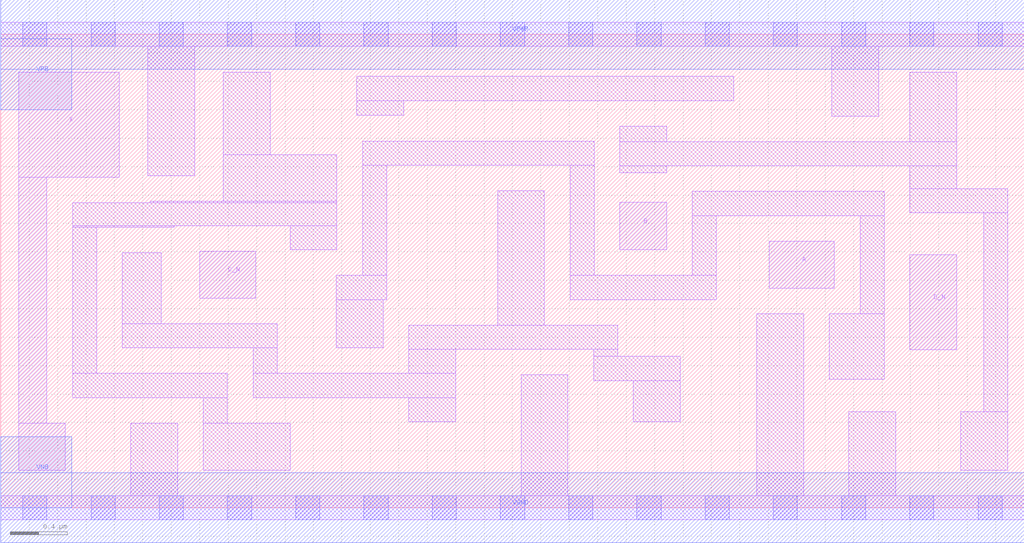
<source format=lef>
# Copyright 2020 The SkyWater PDK Authors
#
# Licensed under the Apache License, Version 2.0 (the "License");
# you may not use this file except in compliance with the License.
# You may obtain a copy of the License at
#
#     https://www.apache.org/licenses/LICENSE-2.0
#
# Unless required by applicable law or agreed to in writing, software
# distributed under the License is distributed on an "AS IS" BASIS,
# WITHOUT WARRANTIES OR CONDITIONS OF ANY KIND, either express or implied.
# See the License for the specific language governing permissions and
# limitations under the License.
#
# SPDX-License-Identifier: Apache-2.0

VERSION 5.5 ;
NAMESCASESENSITIVE ON ;
BUSBITCHARS "[]" ;
DIVIDERCHAR "/" ;
MACRO sky130_fd_sc_lp__or4bb_lp
  CLASS CORE ;
  SOURCE USER ;
  ORIGIN  0.000000  0.000000 ;
  SIZE  7.200000 BY  3.330000 ;
  SYMMETRY X Y R90 ;
  SITE unit ;
  PIN A
    ANTENNAGATEAREA  0.376000 ;
    DIRECTION INPUT ;
    USE SIGNAL ;
    PORT
      LAYER li1 ;
        RECT 5.405000 1.545000 5.865000 1.875000 ;
    END
  END A
  PIN B
    ANTENNAGATEAREA  0.376000 ;
    DIRECTION INPUT ;
    USE SIGNAL ;
    PORT
      LAYER li1 ;
        RECT 4.355000 1.815000 4.685000 2.150000 ;
    END
  END B
  PIN C_N
    ANTENNAGATEAREA  0.376000 ;
    DIRECTION INPUT ;
    USE SIGNAL ;
    PORT
      LAYER li1 ;
        RECT 1.400000 1.475000 1.795000 1.805000 ;
    END
  END C_N
  PIN D_N
    ANTENNAGATEAREA  0.376000 ;
    DIRECTION INPUT ;
    USE SIGNAL ;
    PORT
      LAYER li1 ;
        RECT 6.395000 1.110000 6.725000 1.780000 ;
    END
  END D_N
  PIN X
    ANTENNADIFFAREA  0.404700 ;
    DIRECTION OUTPUT ;
    USE SIGNAL ;
    PORT
      LAYER li1 ;
        RECT 0.125000 0.265000 0.455000 0.595000 ;
        RECT 0.125000 0.595000 0.325000 2.325000 ;
        RECT 0.125000 2.325000 0.835000 3.065000 ;
    END
  END X
  PIN VGND
    DIRECTION INOUT ;
    USE GROUND ;
    PORT
      LAYER met1 ;
        RECT 0.000000 -0.245000 7.200000 0.245000 ;
    END
  END VGND
  PIN VNB
    DIRECTION INOUT ;
    USE GROUND ;
    PORT
      LAYER met1 ;
        RECT 0.000000 0.000000 0.500000 0.500000 ;
    END
  END VNB
  PIN VPB
    DIRECTION INOUT ;
    USE POWER ;
    PORT
      LAYER met1 ;
        RECT 0.000000 2.800000 0.500000 3.300000 ;
    END
  END VPB
  PIN VPWR
    DIRECTION INOUT ;
    USE POWER ;
    PORT
      LAYER met1 ;
        RECT 0.000000 3.085000 7.200000 3.575000 ;
    END
  END VPWR
  OBS
    LAYER li1 ;
      RECT 0.000000 -0.085000 7.200000 0.085000 ;
      RECT 0.000000  3.245000 7.200000 3.415000 ;
      RECT 0.505000  0.775000 1.595000 0.945000 ;
      RECT 0.505000  0.945000 0.675000 1.975000 ;
      RECT 0.505000  1.975000 1.220000 1.985000 ;
      RECT 0.505000  1.985000 2.365000 2.145000 ;
      RECT 0.855000  1.125000 1.945000 1.295000 ;
      RECT 0.855000  1.295000 1.130000 1.795000 ;
      RECT 0.915000  0.085000 1.245000 0.595000 ;
      RECT 1.035000  2.335000 1.365000 3.245000 ;
      RECT 1.050000  2.145000 2.365000 2.155000 ;
      RECT 1.425000  0.265000 2.035000 0.595000 ;
      RECT 1.425000  0.595000 1.595000 0.775000 ;
      RECT 1.565000  2.155000 2.365000 2.485000 ;
      RECT 1.565000  2.485000 1.895000 3.065000 ;
      RECT 1.775000  0.775000 3.200000 0.945000 ;
      RECT 1.775000  0.945000 1.945000 1.125000 ;
      RECT 2.035000  1.815000 2.365000 1.985000 ;
      RECT 2.360000  1.125000 2.690000 1.465000 ;
      RECT 2.360000  1.465000 2.715000 1.635000 ;
      RECT 2.505000  2.760000 2.835000 2.865000 ;
      RECT 2.505000  2.865000 5.155000 3.035000 ;
      RECT 2.545000  1.635000 2.715000 2.410000 ;
      RECT 2.545000  2.410000 4.175000 2.580000 ;
      RECT 2.870000  0.605000 3.200000 0.775000 ;
      RECT 2.870000  0.945000 3.200000 1.115000 ;
      RECT 2.870000  1.115000 4.340000 1.285000 ;
      RECT 3.495000  1.285000 3.825000 2.230000 ;
      RECT 3.660000  0.085000 3.990000 0.935000 ;
      RECT 4.005000  1.465000 5.035000 1.635000 ;
      RECT 4.005000  1.635000 4.175000 2.410000 ;
      RECT 4.170000  0.895000 4.780000 1.065000 ;
      RECT 4.170000  1.065000 4.340000 1.115000 ;
      RECT 4.355000  2.355000 4.685000 2.405000 ;
      RECT 4.355000  2.405000 6.725000 2.575000 ;
      RECT 4.355000  2.575000 4.685000 2.685000 ;
      RECT 4.450000  0.605000 4.780000 0.895000 ;
      RECT 4.865000  1.635000 5.035000 2.055000 ;
      RECT 4.865000  2.055000 6.215000 2.225000 ;
      RECT 5.320000  0.085000 5.650000 1.365000 ;
      RECT 5.830000  0.905000 6.215000 1.365000 ;
      RECT 5.845000  2.755000 6.175000 3.245000 ;
      RECT 5.965000  0.085000 6.295000 0.675000 ;
      RECT 6.045000  1.365000 6.215000 2.055000 ;
      RECT 6.395000  2.075000 7.085000 2.245000 ;
      RECT 6.395000  2.245000 6.725000 2.405000 ;
      RECT 6.395000  2.575000 6.725000 3.065000 ;
      RECT 6.755000  0.265000 7.085000 0.675000 ;
      RECT 6.915000  0.675000 7.085000 2.075000 ;
    LAYER mcon ;
      RECT 0.155000 -0.085000 0.325000 0.085000 ;
      RECT 0.155000  3.245000 0.325000 3.415000 ;
      RECT 0.635000 -0.085000 0.805000 0.085000 ;
      RECT 0.635000  3.245000 0.805000 3.415000 ;
      RECT 1.115000 -0.085000 1.285000 0.085000 ;
      RECT 1.115000  3.245000 1.285000 3.415000 ;
      RECT 1.595000 -0.085000 1.765000 0.085000 ;
      RECT 1.595000  3.245000 1.765000 3.415000 ;
      RECT 2.075000 -0.085000 2.245000 0.085000 ;
      RECT 2.075000  3.245000 2.245000 3.415000 ;
      RECT 2.555000 -0.085000 2.725000 0.085000 ;
      RECT 2.555000  3.245000 2.725000 3.415000 ;
      RECT 3.035000 -0.085000 3.205000 0.085000 ;
      RECT 3.035000  3.245000 3.205000 3.415000 ;
      RECT 3.515000 -0.085000 3.685000 0.085000 ;
      RECT 3.515000  3.245000 3.685000 3.415000 ;
      RECT 3.995000 -0.085000 4.165000 0.085000 ;
      RECT 3.995000  3.245000 4.165000 3.415000 ;
      RECT 4.475000 -0.085000 4.645000 0.085000 ;
      RECT 4.475000  3.245000 4.645000 3.415000 ;
      RECT 4.955000 -0.085000 5.125000 0.085000 ;
      RECT 4.955000  3.245000 5.125000 3.415000 ;
      RECT 5.435000 -0.085000 5.605000 0.085000 ;
      RECT 5.435000  3.245000 5.605000 3.415000 ;
      RECT 5.915000 -0.085000 6.085000 0.085000 ;
      RECT 5.915000  3.245000 6.085000 3.415000 ;
      RECT 6.395000 -0.085000 6.565000 0.085000 ;
      RECT 6.395000  3.245000 6.565000 3.415000 ;
      RECT 6.875000 -0.085000 7.045000 0.085000 ;
      RECT 6.875000  3.245000 7.045000 3.415000 ;
  END
END sky130_fd_sc_lp__or4bb_lp

</source>
